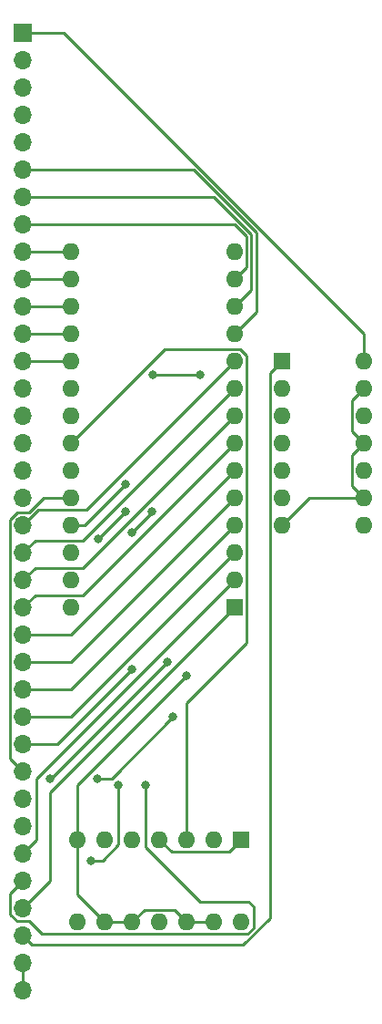
<source format=gbr>
%TF.GenerationSoftware,KiCad,Pcbnew,5.1.6-c6e7f7d~86~ubuntu18.04.1*%
%TF.CreationDate,2020-06-26T23:18:16+01:00*%
%TF.ProjectId,32KRAM_Higher_Rev1,33324b52-414d-45f4-9869-676865725f52,rev?*%
%TF.SameCoordinates,Original*%
%TF.FileFunction,Copper,L1,Top*%
%TF.FilePolarity,Positive*%
%FSLAX46Y46*%
G04 Gerber Fmt 4.6, Leading zero omitted, Abs format (unit mm)*
G04 Created by KiCad (PCBNEW 5.1.6-c6e7f7d~86~ubuntu18.04.1) date 2020-06-26 23:18:16*
%MOMM*%
%LPD*%
G01*
G04 APERTURE LIST*
%TA.AperFunction,ComponentPad*%
%ADD10O,1.700000X1.700000*%
%TD*%
%TA.AperFunction,ComponentPad*%
%ADD11R,1.700000X1.700000*%
%TD*%
%TA.AperFunction,ComponentPad*%
%ADD12O,1.600000X1.600000*%
%TD*%
%TA.AperFunction,ComponentPad*%
%ADD13R,1.600000X1.600000*%
%TD*%
%TA.AperFunction,ViaPad*%
%ADD14C,0.800000*%
%TD*%
%TA.AperFunction,Conductor*%
%ADD15C,0.250000*%
%TD*%
G04 APERTURE END LIST*
D10*
%TO.P,J1,36*%
%TO.N,Net-(J1-Pad35)*%
X59055000Y-160655000D03*
%TO.P,J1,35*%
X59055000Y-158115000D03*
%TO.P,J1,34*%
%TO.N,A15*%
X59055000Y-155575000D03*
%TO.P,J1,33*%
%TO.N,Net-(J1-Pad33)*%
X59055000Y-153035000D03*
%TO.P,J1,32*%
%TO.N,Net-(J1-Pad32)*%
X59055000Y-150495000D03*
%TO.P,J1,31*%
%TO.N,Net-(J1-Pad31)*%
X59055000Y-147955000D03*
%TO.P,J1,30*%
%TO.N,Net-(J1-Pad30)*%
X59055000Y-145415000D03*
%TO.P,J1,29*%
%TO.N,Net-(J1-Pad29)*%
X59055000Y-142875000D03*
%TO.P,J1,28*%
%TO.N,Net-(J1-Pad28)*%
X59055000Y-140335000D03*
%TO.P,J1,27*%
%TO.N,Net-(J1-Pad27)*%
X59055000Y-137795000D03*
%TO.P,J1,26*%
%TO.N,Net-(J1-Pad26)*%
X59055000Y-135255000D03*
%TO.P,J1,25*%
%TO.N,Net-(J1-Pad25)*%
X59055000Y-132715000D03*
%TO.P,J1,24*%
%TO.N,Net-(J1-Pad24)*%
X59055000Y-130175000D03*
%TO.P,J1,23*%
%TO.N,Net-(J1-Pad23)*%
X59055000Y-127635000D03*
%TO.P,J1,22*%
%TO.N,Net-(J1-Pad22)*%
X59055000Y-125095000D03*
%TO.P,J1,21*%
%TO.N,Net-(J1-Pad21)*%
X59055000Y-122555000D03*
%TO.P,J1,20*%
%TO.N,Net-(J1-Pad20)*%
X59055000Y-120015000D03*
%TO.P,J1,19*%
%TO.N,Net-(J1-Pad19)*%
X59055000Y-117475000D03*
%TO.P,J1,18*%
%TO.N,Net-(J1-Pad18)*%
X59055000Y-114935000D03*
%TO.P,J1,17*%
%TO.N,WR*%
X59055000Y-112395000D03*
%TO.P,J1,16*%
%TO.N,RD*%
X59055000Y-109855000D03*
%TO.P,J1,15*%
%TO.N,Net-(J1-Pad15)*%
X59055000Y-107315000D03*
%TO.P,J1,14*%
%TO.N,MREQ*%
X59055000Y-104775000D03*
%TO.P,J1,13*%
%TO.N,Net-(J1-Pad13)*%
X59055000Y-102235000D03*
%TO.P,J1,12*%
%TO.N,Net-(J1-Pad12)*%
X59055000Y-99695000D03*
%TO.P,J1,11*%
%TO.N,Net-(J1-Pad11)*%
X59055000Y-97155000D03*
%TO.P,J1,10*%
%TO.N,Net-(J1-Pad10)*%
X59055000Y-94615000D03*
%TO.P,J1,9*%
%TO.N,Net-(J1-Pad9)*%
X59055000Y-92075000D03*
%TO.P,J1,8*%
%TO.N,Net-(J1-Pad8)*%
X59055000Y-89535000D03*
%TO.P,J1,7*%
%TO.N,Net-(J1-Pad7)*%
X59055000Y-86995000D03*
%TO.P,J1,6*%
%TO.N,Net-(J1-Pad6)*%
X59055000Y-84455000D03*
%TO.P,J1,5*%
%TO.N,Net-(J1-Pad5)*%
X59055000Y-81915000D03*
%TO.P,J1,4*%
%TO.N,Net-(J1-Pad4)*%
X59055000Y-79375000D03*
%TO.P,J1,3*%
%TO.N,Net-(J1-Pad3)*%
X59055000Y-76835000D03*
%TO.P,J1,2*%
%TO.N,GND*%
X59055000Y-74295000D03*
D11*
%TO.P,J1,1*%
%TO.N,+5V*%
X59055000Y-71755000D03*
%TD*%
D12*
%TO.P,U3,14*%
%TO.N,+5V*%
X90805000Y-102235000D03*
%TO.P,U3,7*%
%TO.N,GND*%
X83185000Y-117475000D03*
%TO.P,U3,13*%
X90805000Y-104775000D03*
%TO.P,U3,6*%
%TO.N,Net-(U3-Pad6)*%
X83185000Y-114935000D03*
%TO.P,U3,12*%
%TO.N,Net-(U3-Pad12)*%
X90805000Y-107315000D03*
%TO.P,U3,5*%
%TO.N,GND*%
X83185000Y-112395000D03*
%TO.P,U3,11*%
X90805000Y-109855000D03*
%TO.P,U3,4*%
%TO.N,Net-(U3-Pad4)*%
X83185000Y-109855000D03*
%TO.P,U3,10*%
%TO.N,Net-(U3-Pad10)*%
X90805000Y-112395000D03*
%TO.P,U3,3*%
%TO.N,GND*%
X83185000Y-107315000D03*
%TO.P,U3,9*%
X90805000Y-114935000D03*
%TO.P,U3,2*%
%TO.N,CE*%
X83185000Y-104775000D03*
%TO.P,U3,8*%
%TO.N,Net-(U3-Pad8)*%
X90805000Y-117475000D03*
D13*
%TO.P,U3,1*%
%TO.N,A15*%
X83185000Y-102235000D03*
%TD*%
D12*
%TO.P,U2,28*%
%TO.N,+5V*%
X63500000Y-125095000D03*
%TO.P,U2,14*%
%TO.N,GND*%
X78740000Y-92075000D03*
%TO.P,U2,27*%
%TO.N,WE*%
X63500000Y-122555000D03*
%TO.P,U2,13*%
%TO.N,Net-(J1-Pad8)*%
X78740000Y-94615000D03*
%TO.P,U2,26*%
%TO.N,Net-(J1-Pad32)*%
X63500000Y-120015000D03*
%TO.P,U2,12*%
%TO.N,Net-(J1-Pad7)*%
X78740000Y-97155000D03*
%TO.P,U2,25*%
%TO.N,Net-(J1-Pad27)*%
X63500000Y-117475000D03*
%TO.P,U2,11*%
%TO.N,Net-(J1-Pad6)*%
X78740000Y-99695000D03*
%TO.P,U2,24*%
%TO.N,Net-(J1-Pad28)*%
X63500000Y-114935000D03*
%TO.P,U2,10*%
%TO.N,Net-(J1-Pad19)*%
X78740000Y-102235000D03*
%TO.P,U2,23*%
%TO.N,Net-(J1-Pad30)*%
X63500000Y-112395000D03*
%TO.P,U2,9*%
%TO.N,Net-(J1-Pad20)*%
X78740000Y-104775000D03*
%TO.P,U2,22*%
%TO.N,OE*%
X63500000Y-109855000D03*
%TO.P,U2,8*%
%TO.N,Net-(J1-Pad21)*%
X78740000Y-107315000D03*
%TO.P,U2,21*%
%TO.N,Net-(J1-Pad29)*%
X63500000Y-107315000D03*
%TO.P,U2,7*%
%TO.N,Net-(J1-Pad22)*%
X78740000Y-109855000D03*
%TO.P,U2,20*%
%TO.N,CE*%
X63500000Y-104775000D03*
%TO.P,U2,6*%
%TO.N,Net-(J1-Pad23)*%
X78740000Y-112395000D03*
%TO.P,U2,19*%
%TO.N,Net-(J1-Pad13)*%
X63500000Y-102235000D03*
%TO.P,U2,5*%
%TO.N,Net-(J1-Pad24)*%
X78740000Y-114935000D03*
%TO.P,U2,18*%
%TO.N,Net-(J1-Pad12)*%
X63500000Y-99695000D03*
%TO.P,U2,4*%
%TO.N,Net-(J1-Pad25)*%
X78740000Y-117475000D03*
%TO.P,U2,17*%
%TO.N,Net-(J1-Pad11)*%
X63500000Y-97155000D03*
%TO.P,U2,3*%
%TO.N,Net-(J1-Pad26)*%
X78740000Y-120015000D03*
%TO.P,U2,16*%
%TO.N,Net-(J1-Pad10)*%
X63500000Y-94615000D03*
%TO.P,U2,2*%
%TO.N,Net-(J1-Pad31)*%
X78740000Y-122555000D03*
%TO.P,U2,15*%
%TO.N,Net-(J1-Pad9)*%
X63500000Y-92075000D03*
D13*
%TO.P,U2,1*%
%TO.N,Net-(J1-Pad33)*%
X78740000Y-125095000D03*
%TD*%
D12*
%TO.P,U1,14*%
%TO.N,+5V*%
X79375000Y-154305000D03*
%TO.P,U1,7*%
%TO.N,GND*%
X64135000Y-146685000D03*
%TO.P,U1,13*%
X76835000Y-154305000D03*
%TO.P,U1,6*%
%TO.N,WE*%
X66675000Y-146685000D03*
%TO.P,U1,12*%
%TO.N,GND*%
X74295000Y-154305000D03*
%TO.P,U1,5*%
%TO.N,WR*%
X69215000Y-146685000D03*
%TO.P,U1,11*%
%TO.N,Net-(U1-Pad11)*%
X71755000Y-154305000D03*
%TO.P,U1,4*%
%TO.N,MREQ*%
X71755000Y-146685000D03*
%TO.P,U1,10*%
%TO.N,GND*%
X69215000Y-154305000D03*
%TO.P,U1,3*%
%TO.N,OE*%
X74295000Y-146685000D03*
%TO.P,U1,9*%
%TO.N,GND*%
X66675000Y-154305000D03*
%TO.P,U1,2*%
%TO.N,RD*%
X76835000Y-146685000D03*
%TO.P,U1,8*%
%TO.N,Net-(U1-Pad8)*%
X64135000Y-154305000D03*
D13*
%TO.P,U1,1*%
%TO.N,MREQ*%
X79375000Y-146685000D03*
%TD*%
D14*
%TO.N,Net-(J1-Pad32)*%
X66040000Y-118745000D03*
X68580000Y-116205000D03*
X70485000Y-141605000D03*
%TO.N,Net-(J1-Pad30)*%
X67945000Y-141605000D03*
X65405000Y-148590000D03*
%TO.N,Net-(J1-Pad29)*%
X72480000Y-130175000D03*
X61595000Y-140970000D03*
%TO.N,Net-(J1-Pad27)*%
X69215000Y-130810000D03*
X69215000Y-118110000D03*
X71030000Y-116205000D03*
X68580000Y-113665000D03*
%TO.N,GND*%
X74295000Y-131445000D03*
%TO.N,+5V*%
X65950000Y-140970000D03*
X73025000Y-135255000D03*
%TO.N,CE*%
X75565000Y-103505000D03*
X71120000Y-103505000D03*
%TD*%
D15*
%TO.N,Net-(J1-Pad35)*%
X59055000Y-158115000D02*
X59055000Y-160655000D01*
%TO.N,A15*%
X82059999Y-103360001D02*
X83185000Y-102235000D01*
X82059999Y-153921413D02*
X82059999Y-103360001D01*
X79556413Y-156424999D02*
X82059999Y-153921413D01*
X59904999Y-156424999D02*
X79556413Y-156424999D01*
X59055000Y-155575000D02*
X59904999Y-156424999D01*
%TO.N,Net-(J1-Pad33)*%
X59055000Y-153035000D02*
X61595000Y-150495000D01*
X61595000Y-142240000D02*
X78740000Y-125095000D01*
X61595000Y-150495000D02*
X61595000Y-142240000D01*
%TO.N,Net-(J1-Pad32)*%
X66040000Y-118745000D02*
X68580000Y-116205000D01*
X70485000Y-147320000D02*
X75565000Y-152400000D01*
X70485000Y-141605000D02*
X70485000Y-147320000D01*
X75565000Y-152400000D02*
X80010000Y-152400000D01*
X57879999Y-151670001D02*
X59055000Y-150495000D01*
X57879999Y-153599001D02*
X57879999Y-151670001D01*
X58490999Y-154210001D02*
X57879999Y-153599001D01*
X59619001Y-154210001D02*
X58490999Y-154210001D01*
X60839001Y-155430001D02*
X59619001Y-154210001D01*
X79915001Y-155430001D02*
X60839001Y-155430001D01*
X80500001Y-154845001D02*
X79915001Y-155430001D01*
X80500001Y-152890001D02*
X80500001Y-154845001D01*
X80010000Y-152400000D02*
X80500001Y-152890001D01*
%TO.N,Net-(J1-Pad31)*%
X59055000Y-147955000D02*
X60325000Y-146685000D01*
X60325000Y-140970000D02*
X78740000Y-122555000D01*
X60325000Y-146685000D02*
X60325000Y-140970000D01*
%TO.N,Net-(J1-Pad30)*%
X66435002Y-148590000D02*
X65405000Y-148590000D01*
X67945000Y-141605000D02*
X67945000Y-147080002D01*
X67945000Y-147080002D02*
X66435002Y-148590000D01*
%TO.N,Net-(J1-Pad29)*%
X72480000Y-130175000D02*
X61685000Y-140970000D01*
X61685000Y-140970000D02*
X61595000Y-140970000D01*
%TO.N,Net-(J1-Pad28)*%
X57879999Y-139159999D02*
X59055000Y-140335000D01*
X57879999Y-116910999D02*
X57879999Y-139159999D01*
X58490999Y-116299999D02*
X57879999Y-116910999D01*
X59593591Y-116299999D02*
X58490999Y-116299999D01*
X60958590Y-114935000D02*
X59593591Y-116299999D01*
X63500000Y-114935000D02*
X60958590Y-114935000D01*
%TO.N,Net-(J1-Pad27)*%
X59055000Y-137795000D02*
X62230000Y-137795000D01*
X62230000Y-137795000D02*
X69215000Y-130810000D01*
X69215000Y-118110000D02*
X71030000Y-116295000D01*
X71030000Y-116295000D02*
X71030000Y-116205000D01*
X64770000Y-117475000D02*
X63500000Y-117475000D01*
X68580000Y-113665000D02*
X64770000Y-117475000D01*
%TO.N,Net-(J1-Pad26)*%
X63500000Y-135255000D02*
X78740000Y-120015000D01*
X59055000Y-135255000D02*
X63500000Y-135255000D01*
%TO.N,Net-(J1-Pad25)*%
X63500000Y-132715000D02*
X78740000Y-117475000D01*
X59055000Y-132715000D02*
X63500000Y-132715000D01*
%TO.N,Net-(J1-Pad24)*%
X63500000Y-130175000D02*
X78740000Y-114935000D01*
X59055000Y-130175000D02*
X63500000Y-130175000D01*
%TO.N,Net-(J1-Pad23)*%
X63500000Y-127635000D02*
X78740000Y-112395000D01*
X59055000Y-127635000D02*
X63500000Y-127635000D01*
%TO.N,Net-(J1-Pad22)*%
X64625001Y-123969999D02*
X78740000Y-109855000D01*
X60180001Y-123969999D02*
X64625001Y-123969999D01*
X59055000Y-125095000D02*
X60180001Y-123969999D01*
%TO.N,Net-(J1-Pad21)*%
X64625001Y-121429999D02*
X78740000Y-107315000D01*
X60180001Y-121429999D02*
X64625001Y-121429999D01*
X59055000Y-122555000D02*
X60180001Y-121429999D01*
%TO.N,Net-(J1-Pad20)*%
X64625001Y-118889999D02*
X78740000Y-104775000D01*
X60180001Y-118889999D02*
X64625001Y-118889999D01*
X59055000Y-120015000D02*
X60180001Y-118889999D01*
%TO.N,Net-(J1-Pad19)*%
X64914999Y-116060001D02*
X78740000Y-102235000D01*
X60469999Y-116060001D02*
X64914999Y-116060001D01*
X59055000Y-117475000D02*
X60469999Y-116060001D01*
%TO.N,MREQ*%
X78249999Y-147810001D02*
X79375000Y-146685000D01*
X72880001Y-147810001D02*
X78249999Y-147810001D01*
X71755000Y-146685000D02*
X72880001Y-147810001D01*
%TO.N,Net-(J1-Pad13)*%
X59055000Y-102235000D02*
X63500000Y-102235000D01*
%TO.N,Net-(J1-Pad12)*%
X59055000Y-99695000D02*
X63500000Y-99695000D01*
%TO.N,Net-(J1-Pad11)*%
X59055000Y-97155000D02*
X63500000Y-97155000D01*
%TO.N,Net-(J1-Pad10)*%
X59055000Y-94615000D02*
X63500000Y-94615000D01*
%TO.N,Net-(J1-Pad9)*%
X59055000Y-92075000D02*
X63500000Y-92075000D01*
%TO.N,Net-(J1-Pad8)*%
X79865001Y-93489999D02*
X79865001Y-90660001D01*
X78740000Y-94615000D02*
X79865001Y-93489999D01*
X78740000Y-89535000D02*
X59055000Y-89535000D01*
X79865001Y-90660001D02*
X78740000Y-89535000D01*
%TO.N,Net-(J1-Pad7)*%
X76836410Y-86995000D02*
X59055000Y-86995000D01*
X80315010Y-90473600D02*
X76836410Y-86995000D01*
X80315010Y-95579990D02*
X80315010Y-90473600D01*
X78740000Y-97155000D02*
X80315010Y-95579990D01*
%TO.N,Net-(J1-Pad6)*%
X74932820Y-84455000D02*
X59055000Y-84455000D01*
X80765019Y-90287199D02*
X74932820Y-84455000D01*
X80765019Y-97669981D02*
X80765019Y-90287199D01*
X78740000Y-99695000D02*
X80765019Y-97669981D01*
%TO.N,GND*%
X64135000Y-146685000D02*
X64135000Y-141605000D01*
X64135000Y-141605000D02*
X74295000Y-131445000D01*
X64135000Y-151765000D02*
X66675000Y-154305000D01*
X64135000Y-146685000D02*
X64135000Y-151765000D01*
X66675000Y-154305000D02*
X69215000Y-154305000D01*
X73169999Y-153179999D02*
X74295000Y-154305000D01*
X70340001Y-153179999D02*
X73169999Y-153179999D01*
X69215000Y-154305000D02*
X70340001Y-153179999D01*
X74295000Y-154305000D02*
X76835000Y-154305000D01*
X89679999Y-108729999D02*
X90805000Y-109855000D01*
X89679999Y-105900001D02*
X89679999Y-108729999D01*
X90805000Y-104775000D02*
X89679999Y-105900001D01*
X89679999Y-113809999D02*
X90805000Y-114935000D01*
X89679999Y-110980001D02*
X89679999Y-113809999D01*
X90805000Y-109855000D02*
X89679999Y-110980001D01*
X85725000Y-114935000D02*
X83185000Y-117475000D01*
X90805000Y-114935000D02*
X85725000Y-114935000D01*
%TO.N,+5V*%
X62869230Y-71755000D02*
X90805000Y-99690770D01*
X90805000Y-99690770D02*
X90805000Y-102235000D01*
X59055000Y-71755000D02*
X62869230Y-71755000D01*
X65950000Y-140970000D02*
X67310000Y-140970000D01*
X67310000Y-140970000D02*
X67400001Y-140879999D01*
X67400001Y-140879999D02*
X73025000Y-135255000D01*
%TO.N,OE*%
X79865001Y-101694999D02*
X79865001Y-128414999D01*
X79280001Y-101109999D02*
X79865001Y-101694999D01*
X63500000Y-109855000D02*
X72245001Y-101109999D01*
X72245001Y-101109999D02*
X79280001Y-101109999D01*
X74295000Y-133985000D02*
X74295000Y-146685000D01*
X79865001Y-128414999D02*
X74295000Y-133985000D01*
%TO.N,CE*%
X75565000Y-103505000D02*
X71120000Y-103505000D01*
%TD*%
M02*

</source>
